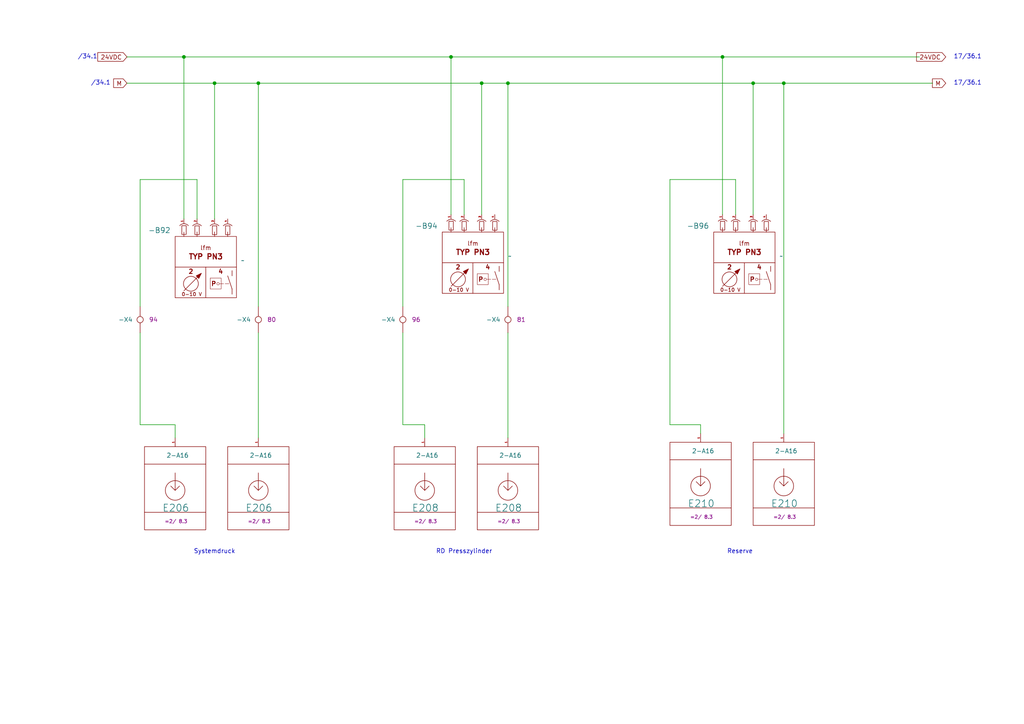
<source format=kicad_sch>
(kicad_sch (version 20250114) (generator "eeschema") (generator_version "9.0")
  (paper "A4")
  (title_block (comment 4 "15"))
  (lib_symbols
    (symbol "Verbinder_Standart_einfach_(X)_1" (pin_numbers (hide yes)) (pin_names (offset 0))
      (property "Reference" "-X" (at -4.572 2.794 0))
      (property "Nummer" "x" (at 3.048 3.048 0))
      (symbol "Verbinder_Standart_einfach_(X)_1_0_1"
        (polyline (pts (xy 0 1.27) (xy 0 1.016)))
        (circle (center 0 0) (radius 0.9158))
        (polyline (pts (xy 0 -1.27) (xy 0 -1.016)))
      )
      (symbol "Verbinder_Standart_einfach_(X)_1_1_1"
        (pin passive line (at 0 3.81 270) (length 2.54) (name "") (number ""))
        (pin passive line (at 0 -3.81 90) (length 2.54) (name "") (number ""))
      )
    )
    (symbol "Verbinder_Standart_einfach_(X)_2" (pin_numbers (hide yes)) (pin_names (offset 0))
      (property "Reference" "-X" (at -4.572 2.794 0))
      (property "Nummer" "x" (at 3.048 3.048 0))
      (symbol "Verbinder_Standart_einfach_(X)_2_0_1"
        (polyline (pts (xy 0 1.27) (xy 0 1.016)))
        (circle (center 0 0) (radius 0.9158))
        (polyline (pts (xy 0 -1.27) (xy 0 -1.016)))
      )
      (symbol "Verbinder_Standart_einfach_(X)_2_1_1"
        (pin passive line (at 0 3.81 270) (length 2.54) (name "") (number ""))
        (pin passive line (at 0 -3.81 90) (length 2.54) (name "") (number ""))
      )
    )
    (symbol "Verbinder_Standart_einfach_(X)_3" (pin_numbers (hide yes)) (pin_names (offset 0))
      (property "Reference" "-X" (at -4.572 2.794 0))
      (property "Nummer" "x" (at 3.048 3.048 0))
      (symbol "Verbinder_Standart_einfach_(X)_3_0_1"
        (polyline (pts (xy 0 1.27) (xy 0 1.016)))
        (circle (center 0 0) (radius 0.9158))
        (polyline (pts (xy 0 -1.27) (xy 0 -1.016)))
      )
      (symbol "Verbinder_Standart_einfach_(X)_3_1_1"
        (pin passive line (at 0 3.81 270) (length 2.54) (name "") (number ""))
        (pin passive line (at 0 -3.81 90) (length 2.54) (name "") (number ""))
      )
    )
    (symbol "standart:PLC_IN_(E)" (on_board no)
      (property "Reference" "-E" (at -6.35 10.16 0))
      (property "Target" "=Gruppe/ Seite.Pfad" (at 0.254 -8.382 0))
      (symbol "PLC_IN_(E)_0_1"
        (rectangle (start -8.89 12.7) (end 8.89 -11.43))
        (polyline (pts (xy -8.89 7.62) (xy 8.89 7.62)))
        (polyline (pts (xy -8.89 -6.35) (xy 8.89 -6.35)))
        (polyline (pts (xy 0 5.08) (xy 0 0) (xy 1.27 1.27) (xy 0 0) (xy -1.27 1.27)))
        (circle (center 0 0) (radius 2.8398))
      )
      (symbol "PLC_IN_(E)_1_1"
        (pin input line (at 0 15.24 270) (length 2.54) (name "") (number "1"))
      )
    )
    (symbol "standart:Sensor_Druck_(B)_NO" (pin_names (hide yes))
      (property "Reference" "-B" (at -13.462 10.668 0))
      (symbol "Sensor_Druck_(B)_NO_0_1"
        (rectangle (start -8.89 8.89) (end 8.89 -8.89))
        (polyline (pts (xy -8.89 0) (xy 8.89 0)))
        (polyline (pts (xy -6.35 8.89) (xy -6.35 10.16)))
        (rectangle (start -2.54 10.16) (end -2.54 10.16))
        (polyline (pts (xy -2.54 8.89) (xy -2.54 10.16)))
        (polyline (pts (xy 0 0) (xy 0 -8.89)))
        (rectangle (start 2.54 10.16) (end 2.54 10.16))
        (polyline (pts (xy 2.54 8.89) (xy 2.54 10.16)))
        (rectangle (start 6.35 10.16) (end 6.35 10.16))
        (polyline (pts (xy 6.35 8.89) (xy 6.35 10.16)))
        (polyline (pts (xy 7.62 -1.016) (xy 7.62 -2.54)))
        (polyline (pts (xy 7.62 -6.35) (xy 6.35 -2.54)))
        (polyline (pts (xy 7.62 -6.35) (xy 7.62 -7.874)))
      )
      (symbol "Sensor_Druck_(B)_NO_1_1"
        (bezier (pts (xy -7.5712 12.0345) (xy -6.3012 13.3045) (xy -5.0312 12.0345) (xy -5.0312 12.0345)))
        (rectangle (start -6.9533 12.0107) (end -5.6833 9.4707) (fill (type color)))
        (polyline (pts (xy -6.35 -6.858) (xy -1.27 -1.778) (xy -2.794 -2.54) (xy -2.032 -3.302) (xy -1.27 -1.778)) (fill (type outline)))
        (circle (center -4.318 -4.826) (radius 2.1553))
        (bezier (pts (xy -3.8107 11.9806) (xy -2.5407 13.2506) (xy -1.2707 11.9806) (xy -1.2707 11.9806)))
        (rectangle (start -3.169 11.9632) (end -1.899 9.4232) (fill (type color)))
        (bezier (pts (xy 1.2693 11.9806) (xy 2.5393 13.2506) (xy 3.8093 11.9806) (xy 3.8093 11.9806)))
        (rectangle (start 1.27 -3.175) (end 4.445 -6.35) (stroke (width 0.1016)))
        (rectangle (start 1.911 11.9632) (end 3.181 9.4232) (fill (type color)))
        (circle (center 3.556 -4.826) (radius 0.3592) (stroke (width 0.1016)))
        (polyline (pts (xy 4.064 -4.826) (xy 7.112 -4.826)) (stroke (width 0.1016) (type dash)))
        (bezier (pts (xy 5.0793 11.9806) (xy 6.3493 13.2506) (xy 7.6193 11.9806) (xy 7.6193 11.9806)))
        (rectangle (start 5.721 11.9632) (end 6.991 9.4232) (fill (type color)))
        (text "2" (at -4.318 -1.27 0) (effects (font (size 1.27 1.27) (thickness 0.254) (bold yes))))
        (text "0-10 V" (at -4.064 -7.874 0) (effects (font (size 1.016 1.016))))
        (text "lfm" (at 0 5.588 0) (effects (font (size 1.27 1.27))))
        (text "TYP PN3" (at 0 3.048 0) (effects (font (size 1.524 1.524) (thickness 0.3048) (bold yes))))
        (text "P" (at 2.286 -4.826 0) (effects (font (size 1.27 1.27) (thickness 0.254) (bold yes))))
        (text "4" (at 4.318 -1.27 0) (effects (font (size 1.27 1.27) (thickness 0.254) (bold yes))))
        (pin passive line (at -6.35 13.97 270) (length 1.27) (name "1") (number "1"))
        (pin passive line (at -2.54 13.97 270) (length 1.27) (name "2") (number "2"))
        (pin passive line (at 2.54 13.97 270) (length 1.27) (name "3") (number "3"))
        (pin passive line (at 6.35 13.97 270) (length 1.27) (name "4") (number "4"))
      )
    )
    (symbol "standart:Verbinder_Standart_einfach_(X)" (pin_numbers (hide yes)) (pin_names (offset 0))
      (property "Reference" "-X" (at -4.572 2.794 0))
      (property "Nummer" "x" (at 3.048 3.048 0))
      (symbol "Verbinder_Standart_einfach_(X)_0_1"
        (polyline (pts (xy 0 1.27) (xy 0 1.016)))
        (circle (center 0 0) (radius 0.9158))
        (polyline (pts (xy 0 -1.27) (xy 0 -1.016)))
      )
      (symbol "Verbinder_Standart_einfach_(X)_1_1"
        (pin passive line (at 0 3.81 270) (length 2.54) (name "") (number ""))
        (pin passive line (at 0 -3.81 90) (length 2.54) (name "") (number ""))
      )
    )
  )
  (text "17/36.1" (at 280.67 24.13 0) (effects (font (size 1.27 1.27))))
  (text "/34.1\n" (at 29.21 24.13 0) (effects (font (size 1.27 1.27))))
  (text "Reserve" (at 214.63 160.02 0) (effects (font (size 1.27 1.27))))
  (text "/34.1\n" (at 25.4 16.51 0) (effects (font (size 1.27 1.27))))
  (text "17/36.1" (at 280.67 16.51 0) (effects (font (size 1.27 1.27))))
  (text "RD Presszylinder" (at 134.62 160.02 0) (effects (font (size 1.27 1.27))))
  (text "Systemdruck" (at 62.23 160.02 0) (effects (font (size 1.27 1.27))))
  (junction (at 227.33 24.13))
  (junction (at 74.93 24.13))
  (junction (at 209.55 16.51))
  (junction (at 218.44 24.13))
  (junction (at 53.34 16.51))
  (junction (at 147.32 24.13))
  (junction (at 62.23 24.13))
  (junction (at 130.81 16.51))
  (junction (at 139.7 24.13))
  (wire (pts (xy 194.31 52.07) (xy 213.36 52.07)))
  (wire (pts (xy 40.64 52.07) (xy 40.64 88.9)))
  (wire (pts (xy 36.83 24.13) (xy 62.23 24.13)))
  (wire (pts (xy 57.15 52.07) (xy 57.15 63.5)))
  (wire (pts (xy 218.44 24.13) (xy 218.44 62.23)))
  (wire (pts (xy 209.55 16.51) (xy 209.55 62.23)))
  (wire (pts (xy 116.84 52.07) (xy 116.84 88.9)))
  (wire (pts (xy 74.93 24.13) (xy 74.93 88.9)))
  (wire (pts (xy 213.36 52.07) (xy 213.36 62.23)))
  (wire (pts (xy 130.81 16.51) (xy 209.55 16.51)))
  (wire (pts (xy 227.33 24.13) (xy 270.51 24.13)))
  (wire (pts (xy 147.32 24.13) (xy 147.32 88.9)))
  (wire (pts (xy 194.31 123.19) (xy 203.2 123.19)))
  (wire (pts (xy 227.33 24.13) (xy 227.33 125.73)))
  (wire (pts (xy 53.34 16.51) (xy 53.34 63.5)))
  (wire (pts (xy 40.64 52.07) (xy 57.15 52.07)))
  (wire (pts (xy 147.32 24.13) (xy 218.44 24.13)))
  (wire (pts (xy 134.62 52.07) (xy 134.62 62.23)))
  (wire (pts (xy 74.93 24.13) (xy 139.7 24.13)))
  (wire (pts (xy 40.64 96.52) (xy 40.64 123.19)))
  (wire (pts (xy 203.2 123.19) (xy 203.2 125.73)))
  (wire (pts (xy 123.19 123.19) (xy 123.19 127)))
  (wire (pts (xy 50.8 123.19) (xy 50.8 127)))
  (wire (pts (xy 194.31 52.07) (xy 194.31 123.19)))
  (wire (pts (xy 209.55 16.51) (xy 266.7 16.51)))
  (wire (pts (xy 116.84 52.07) (xy 134.62 52.07)))
  (wire (pts (xy 139.7 24.13) (xy 139.7 62.23)))
  (wire (pts (xy 116.84 96.52) (xy 116.84 123.19)))
  (wire (pts (xy 116.84 123.19) (xy 123.19 123.19)))
  (wire (pts (xy 147.32 96.52) (xy 147.32 127)))
  (wire (pts (xy 40.64 123.19) (xy 50.8 123.19)))
  (wire (pts (xy 36.83 16.51) (xy 53.34 16.51)))
  (wire (pts (xy 74.93 96.52) (xy 74.93 127)))
  (wire (pts (xy 139.7 24.13) (xy 147.32 24.13)))
  (wire (pts (xy 218.44 24.13) (xy 227.33 24.13)))
  (wire (pts (xy 62.23 24.13) (xy 62.23 63.5)))
  (wire (pts (xy 53.34 16.51) (xy 130.81 16.51)))
  (wire (pts (xy 130.81 16.51) (xy 130.81 62.23)))
  (wire (pts (xy 62.23 24.13) (xy 74.93 24.13)))
  (global_label "M" (shape input) (at 36.83 24.13 180) (property "Intersheetrefs" "${INTERSHEET_REFS}" (effects (hide yes))))
  (global_label "24VDC" (shape input) (at 274.32 16.51 180) (property "Intersheetrefs" "${INTERSHEET_REFS}" (effects (hide yes))))
  (global_label "24VDC" (shape input) (at 36.83 16.51 180) (property "Intersheetrefs" "${INTERSHEET_REFS}" (effects (hide yes))))
  (global_label "M" (shape input) (at 274.32 24.13 180) (property "Intersheetrefs" "${INTERSHEET_REFS}" (effects (hide yes))))
  (symbol (lib_id "standart:Sensor_Druck_(B)_NO") (at 59.69 77.47 0) (unit 1)
    (property "Reference" "-B92" (at 46.228 66.802 0) (effects (font (size 1.524 1.524))))
    (property "Value" "~" (at 69.85 75.5649 0) (effects (justify left)))
  )
  (symbol (lib_id "standart:Sensor_Druck_(B)_NO") (at 137.16 76.2 0) (unit 1)
    (property "Reference" "-B94" (at 123.698 65.532 0) (effects (font (size 1.524 1.524))))
    (property "Value" "~" (at 147.32 74.2949 0) (effects (justify left)))
  )
  (symbol (lib_id "standart:PLC_IN_(E)") (at 50.8 142.24 0) (unit 1) (on_board no)
    (property "Reference" "E206" (at 46.99 147.32 0) (effects (font (size 2.032 2.032)) (justify left)))
    (property "Value" "2-A16" (at 48.26 132.08 0) (effects (justify left)))
    (property "Target" "=2/ 8.3" (at 51.054 150.622 0) (effects (font (size 1.016 1.016)) (justify top)))
  )
  (symbol (lib_id "standart:PLC_IN_(E)") (at 74.93 142.24 0) (unit 1) (on_board no)
    (property "Reference" "E206" (at 71.12 147.32 0) (effects (font (size 2.032 2.032)) (justify left)))
    (property "Value" "2-A16" (at 72.39 132.08 0) (effects (justify left)))
    (property "Target" "=2/ 8.3" (at 75.184 150.622 0) (effects (font (size 1.016 1.016)) (justify top)))
  )
  (symbol (lib_id "standart:PLC_IN_(E)") (at 123.19 142.24 0) (unit 1) (on_board no)
    (property "Reference" "E208" (at 119.38 147.32 0) (effects (font (size 2.032 2.032)) (justify left)))
    (property "Value" "2-A16" (at 120.65 132.08 0) (effects (justify left)))
    (property "Target" "=2/ 8.3" (at 123.444 150.622 0) (effects (font (size 1.016 1.016)) (justify top)))
  )
  (symbol (lib_name "Verbinder_Standart_einfach_(X)_1") (lib_id "standart:Verbinder_Standart_einfach_(X)") (at 74.93 92.71 0) (unit 1)
    (property "Reference" "-X4" (at 68.58 92.71 0) (effects (justify left)))
    (property "Description" "Verbinder" (effects (hide yes)))
    (property "Nummer" "80" (at 77.47 92.71 0) (effects (justify left)))
  )
  (symbol (lib_id "standart:PLC_IN_(E)") (at 147.32 142.24 0) (unit 1) (on_board no)
    (property "Reference" "E208" (at 143.51 147.32 0) (effects (font (size 2.032 2.032)) (justify left)))
    (property "Value" "2-A16" (at 144.78 132.08 0) (effects (justify left)))
    (property "Target" "=2/ 8.3" (at 147.574 150.622 0) (effects (font (size 1.016 1.016)) (justify top)))
  )
  (symbol (lib_name "Verbinder_Standart_einfach_(X)_3") (lib_id "standart:Verbinder_Standart_einfach_(X)") (at 147.32 92.71 0) (unit 1)
    (property "Reference" "-X4" (at 140.97 92.71 0) (effects (justify left)))
    (property "Description" "Verbinder" (effects (hide yes)))
    (property "Nummer" "81" (at 149.86 92.71 0) (effects (justify left)))
  )
  (symbol (lib_id "standart:Sensor_Druck_(B)_NO") (at 215.9 76.2 0) (unit 1)
    (property "Reference" "-B96" (at 202.438 65.532 0) (effects (font (size 1.524 1.524))))
    (property "Value" "~" (at 226.06 74.2949 0) (effects (justify left)))
  )
  (symbol (lib_id "standart:PLC_IN_(E)") (at 227.33 140.97 0) (unit 1) (on_board no)
    (property "Reference" "E210" (at 223.52 146.05 0) (effects (font (size 2.032 2.032)) (justify left)))
    (property "Value" "2-A16" (at 224.79 130.81 0) (effects (justify left)))
    (property "Target" "=2/ 8.3" (at 227.584 149.352 0) (effects (font (size 1.016 1.016)) (justify top)))
  )
  (symbol (lib_id "standart:PLC_IN_(E)") (at 203.2 140.97 0) (unit 1) (on_board no)
    (property "Reference" "E210" (at 199.39 146.05 0) (effects (font (size 2.032 2.032)) (justify left)))
    (property "Value" "2-A16" (at 200.66 130.81 0) (effects (justify left)))
    (property "Target" "=2/ 8.3" (at 203.454 149.352 0) (effects (font (size 1.016 1.016)) (justify top)))
  )
  (symbol (lib_id "standart:Verbinder_Standart_einfach_(X)") (at 40.64 92.71 0) (unit 1)
    (property "Reference" "-X4" (at 34.29 92.71 0) (effects (justify left)))
    (property "Description" "Verbinder" (effects (hide yes)))
    (property "Nummer" "94" (at 43.18 92.71 0) (effects (justify left)))
  )
  (symbol (lib_name "Verbinder_Standart_einfach_(X)_2") (lib_id "standart:Verbinder_Standart_einfach_(X)") (at 116.84 92.71 0) (unit 1)
    (property "Reference" "-X4" (at 110.49 92.71 0) (effects (justify left)))
    (property "Description" "Verbinder" (effects (hide yes)))
    (property "Nummer" "96" (at 119.38 92.71 0) (effects (justify left)))
  )
)
</source>
